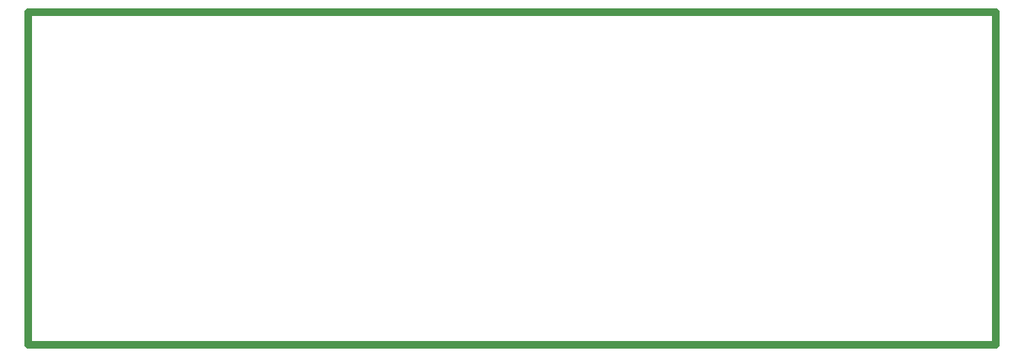
<source format=gm1>
G04 Layer_Color=16711935*
%FSLAX24Y24*%
%MOIN*%
G70*
G01*
G75*
%ADD10C,0.0320*%
G54D10*
X2267Y23443D02*
Y38010D01*
X44589D01*
X2267Y23443D02*
X44589D01*
Y38010D01*
M02*

</source>
